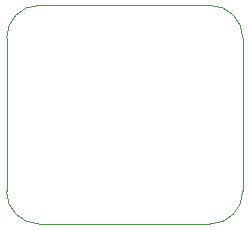
<source format=gm1>
G04 #@! TF.GenerationSoftware,KiCad,Pcbnew,7.0.8*
G04 #@! TF.CreationDate,2023-12-02T16:20:36-07:00*
G04 #@! TF.ProjectId,wheelspeed,77686565-6c73-4706-9565-642e6b696361,v1*
G04 #@! TF.SameCoordinates,Original*
G04 #@! TF.FileFunction,Profile,NP*
%FSLAX46Y46*%
G04 Gerber Fmt 4.6, Leading zero omitted, Abs format (unit mm)*
G04 Created by KiCad (PCBNEW 7.0.8) date 2023-12-02 16:20:36*
%MOMM*%
%LPD*%
G01*
G04 APERTURE LIST*
G04 #@! TA.AperFunction,Profile*
%ADD10C,0.100000*%
G04 #@! TD*
G04 APERTURE END LIST*
D10*
X147250000Y-87662500D02*
X132750000Y-87662500D01*
X147250000Y-106162500D02*
G75*
G03*
X150000000Y-103412500I0J2750000D01*
G01*
X130000000Y-90412500D02*
X130000000Y-103412500D01*
X150000000Y-90412500D02*
G75*
G03*
X147250000Y-87662500I-2749900J100D01*
G01*
X132750000Y-87662500D02*
G75*
G03*
X130000000Y-90412500I0J-2750000D01*
G01*
X130000000Y-103412500D02*
G75*
G03*
X132750000Y-106162500I2749900J-100D01*
G01*
X150000000Y-103412500D02*
X150000000Y-90412500D01*
X132750000Y-106162500D02*
X147250000Y-106162500D01*
M02*

</source>
